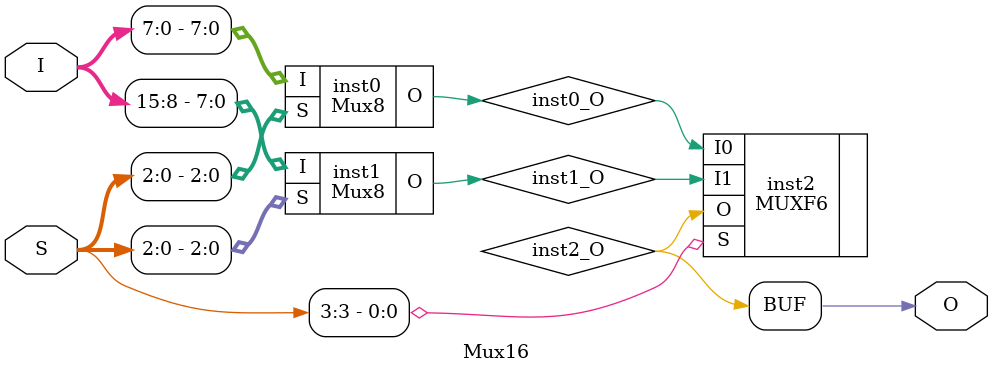
<source format=v>
module Mux4 (input [3:0] I, input [1:0] S, output  O);
wire  inst0_O;
wire  inst1_O;
wire  inst2_O;
LUT3 #(.INIT(8'hCA)) inst0 (.I0(I[0]), .I1(I[1]), .I2(S[0]), .O(inst0_O));
LUT3 #(.INIT(8'hCA)) inst1 (.I0(I[2]), .I1(I[3]), .I2(S[0]), .O(inst1_O));
MUXF5 inst2 (.I0(inst0_O), .I1(inst1_O), .S(S[1]), .O(inst2_O));
assign O = inst2_O;
endmodule

module Mux8 (input [7:0] I, input [2:0] S, output  O);
wire  inst0_O;
wire  inst1_O;
wire  inst2_O;
Mux4 inst0 (.I({I[3],I[2],I[1],I[0]}), .S({S[1],S[0]}), .O(inst0_O));
Mux4 inst1 (.I({I[7],I[6],I[5],I[4]}), .S({S[1],S[0]}), .O(inst1_O));
MUXF6 inst2 (.I0(inst0_O), .I1(inst1_O), .S(S[2]), .O(inst2_O));
assign O = inst2_O;
endmodule

module Mux16 (input [15:0] I, input [3:0] S, output  O);
wire  inst0_O;
wire  inst1_O;
wire  inst2_O;
Mux8 inst0 (.I({I[7],I[6],I[5],I[4],I[3],I[2],I[1],I[0]}), .S({S[2],S[1],S[0]}), .O(inst0_O));
Mux8 inst1 (.I({I[15],I[14],I[13],I[12],I[11],I[10],I[9],I[8]}), .S({S[2],S[1],S[0]}), .O(inst1_O));
MUXF6 inst2 (.I0(inst0_O), .I1(inst1_O), .S(S[3]), .O(inst2_O));
assign O = inst2_O;
endmodule


</source>
